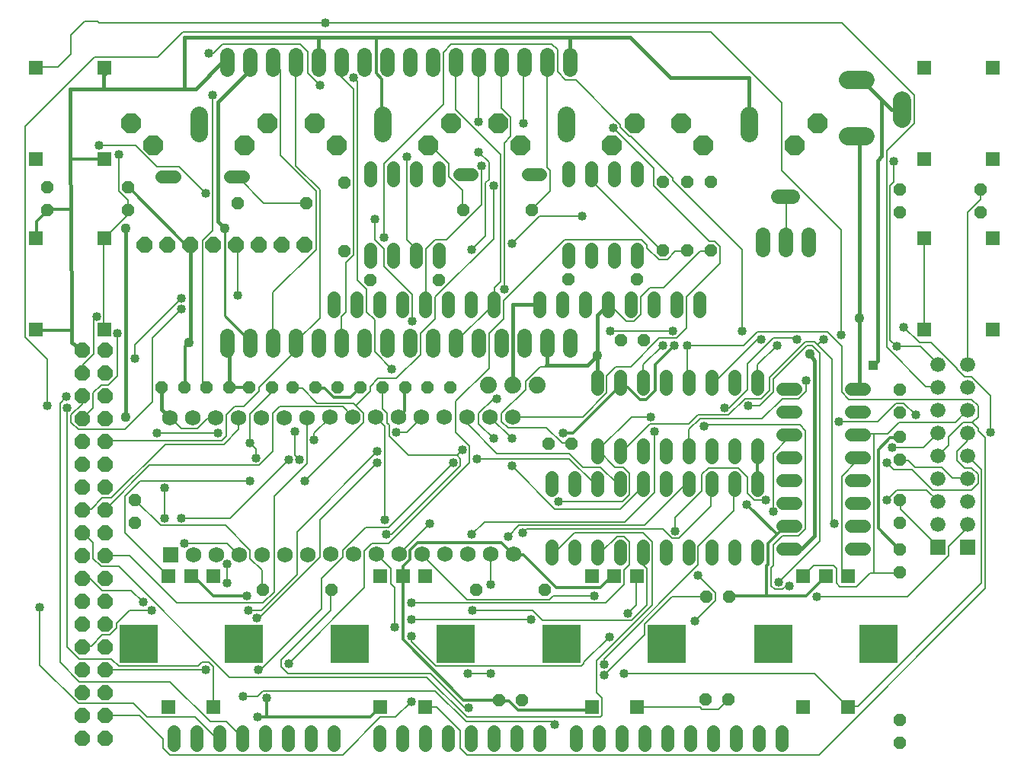
<source format=gbl>
G75*
%MOIN*%
%OFA0B0*%
%FSLAX25Y25*%
%IPPOS*%
%LPD*%
%AMOC8*
5,1,8,0,0,1.08239X$1,22.5*
%
%ADD10C,0.05746*%
%ADD11OC8,0.06600*%
%ADD12R,0.06800X0.06800*%
%ADD13C,0.06800*%
%ADD14C,0.05600*%
%ADD15C,0.06400*%
%ADD16R,0.06337X0.06337*%
%ADD17R,0.16598X0.16598*%
%ADD18OC8,0.05600*%
%ADD19R,0.06600X0.06600*%
%ADD20C,0.06600*%
%ADD21R,0.05943X0.05943*%
%ADD22C,0.07874*%
%ADD23OC8,0.07000*%
%ADD24OC8,0.08600*%
%ADD25C,0.07800*%
%ADD26C,0.07400*%
%ADD27C,0.04362*%
%ADD28C,0.01600*%
%ADD29C,0.01000*%
%ADD30C,0.00800*%
%ADD31C,0.04000*%
%ADD32C,0.01200*%
%ADD33R,0.04362X0.04362*%
D10*
X0068071Y0008938D02*
X0068071Y0014684D01*
X0078071Y0014684D02*
X0078071Y0008938D01*
X0088071Y0008938D02*
X0088071Y0014684D01*
X0098071Y0014684D02*
X0098071Y0008938D01*
X0108071Y0008938D02*
X0108071Y0014684D01*
X0118071Y0014684D02*
X0118071Y0008938D01*
X0128071Y0008938D02*
X0128071Y0014684D01*
X0138071Y0014684D02*
X0138071Y0008938D01*
X0158071Y0008938D02*
X0158071Y0014684D01*
X0168071Y0014684D02*
X0168071Y0008938D01*
X0178071Y0008938D02*
X0178071Y0014684D01*
X0188071Y0014684D02*
X0188071Y0008938D01*
X0198071Y0008938D02*
X0198071Y0014684D01*
X0208071Y0014684D02*
X0208071Y0008938D01*
X0218071Y0008938D02*
X0218071Y0014684D01*
X0228071Y0014684D02*
X0228071Y0008938D01*
X0244071Y0008938D02*
X0244071Y0014684D01*
X0254071Y0014684D02*
X0254071Y0008938D01*
X0264071Y0008938D02*
X0264071Y0014684D01*
X0274071Y0014684D02*
X0274071Y0008938D01*
X0284071Y0008938D02*
X0284071Y0014684D01*
X0294071Y0014684D02*
X0294071Y0008938D01*
X0304071Y0008938D02*
X0304071Y0014684D01*
X0314071Y0014684D02*
X0314071Y0008938D01*
X0324071Y0008938D02*
X0324071Y0014684D01*
X0334071Y0014684D02*
X0334071Y0008938D01*
X0298071Y0198938D02*
X0298071Y0204684D01*
X0288071Y0204684D02*
X0288071Y0198938D01*
X0278071Y0198938D02*
X0278071Y0204684D01*
X0268071Y0204684D02*
X0268071Y0198938D01*
X0258071Y0198938D02*
X0258071Y0204684D01*
X0248071Y0204684D02*
X0248071Y0198938D01*
X0238071Y0198938D02*
X0238071Y0204684D01*
X0228071Y0204684D02*
X0228071Y0198938D01*
X0208071Y0198938D02*
X0208071Y0204684D01*
X0198071Y0204684D02*
X0198071Y0198938D01*
X0188071Y0198938D02*
X0188071Y0204684D01*
X0178071Y0204684D02*
X0178071Y0198938D01*
X0168071Y0198938D02*
X0168071Y0204684D01*
X0158071Y0204684D02*
X0158071Y0198938D01*
X0148071Y0198938D02*
X0148071Y0204684D01*
X0138071Y0204684D02*
X0138071Y0198938D01*
D11*
X0038071Y0181811D03*
X0038071Y0171811D03*
X0028071Y0171811D03*
X0028071Y0181811D03*
X0028071Y0161811D03*
X0038071Y0161811D03*
X0038071Y0151811D03*
X0038071Y0141811D03*
X0038071Y0131811D03*
X0038071Y0121811D03*
X0028071Y0121811D03*
X0028071Y0131811D03*
X0028071Y0141811D03*
X0028071Y0151811D03*
X0028071Y0111811D03*
X0038071Y0111811D03*
X0038071Y0101811D03*
X0038071Y0091811D03*
X0038071Y0081811D03*
X0038071Y0071811D03*
X0028071Y0071811D03*
X0028071Y0081811D03*
X0028071Y0091811D03*
X0028071Y0101811D03*
X0028071Y0061811D03*
X0038071Y0061811D03*
X0038071Y0051811D03*
X0038071Y0041811D03*
X0038071Y0031811D03*
X0028071Y0031811D03*
X0028071Y0041811D03*
X0028071Y0051811D03*
X0028071Y0021811D03*
X0038071Y0021811D03*
X0038071Y0011811D03*
X0028071Y0011811D03*
D12*
G36*
X0070134Y0095447D02*
X0070157Y0088648D01*
X0063358Y0088625D01*
X0063335Y0095424D01*
X0070134Y0095447D01*
G37*
D13*
X0076746Y0092071D03*
X0086746Y0092106D03*
X0096746Y0092141D03*
X0106746Y0092175D03*
X0116745Y0092210D03*
X0126745Y0092245D03*
X0136745Y0092280D03*
X0146745Y0092315D03*
X0156745Y0092350D03*
X0166745Y0092385D03*
X0176745Y0092420D03*
X0186745Y0092455D03*
X0196745Y0092490D03*
X0206745Y0092525D03*
X0216745Y0092559D03*
X0216535Y0152559D03*
X0206535Y0152524D03*
X0196536Y0152489D03*
X0186536Y0152454D03*
X0176536Y0152419D03*
X0166536Y0152385D03*
X0156536Y0152350D03*
X0146536Y0152315D03*
X0136536Y0152280D03*
X0126536Y0152245D03*
X0116536Y0152210D03*
X0106536Y0152175D03*
X0096536Y0152140D03*
X0086536Y0152105D03*
X0076536Y0152070D03*
X0066536Y0152035D03*
D14*
X0068509Y0257874D02*
X0062909Y0257874D01*
X0092909Y0257874D02*
X0098509Y0257874D01*
X0154291Y0256142D02*
X0154291Y0261742D01*
X0164291Y0261742D02*
X0164291Y0256142D01*
X0174291Y0256142D02*
X0174291Y0261742D01*
X0184291Y0261742D02*
X0184291Y0256142D01*
X0193004Y0258847D02*
X0198604Y0258847D01*
X0223004Y0258847D02*
X0228604Y0258847D01*
X0240906Y0256142D02*
X0240906Y0261742D01*
X0250906Y0261742D02*
X0250906Y0256142D01*
X0260906Y0256142D02*
X0260906Y0261742D01*
X0270906Y0261742D02*
X0270906Y0256142D01*
X0270906Y0226142D02*
X0270906Y0220542D01*
X0260906Y0220542D02*
X0260906Y0226142D01*
X0250906Y0226142D02*
X0250906Y0220542D01*
X0240906Y0220542D02*
X0240906Y0226142D01*
X0253386Y0170359D02*
X0253386Y0164759D01*
X0263386Y0164759D02*
X0263386Y0170359D01*
X0273386Y0170359D02*
X0273386Y0164759D01*
X0283386Y0164759D02*
X0283386Y0170359D01*
X0293386Y0170359D02*
X0293386Y0164759D01*
X0303386Y0164759D02*
X0303386Y0170359D01*
X0313386Y0170359D02*
X0313386Y0164759D01*
X0323386Y0164759D02*
X0323386Y0170359D01*
X0334562Y0164921D02*
X0340162Y0164921D01*
X0340162Y0154921D02*
X0334562Y0154921D01*
X0334562Y0144921D02*
X0340162Y0144921D01*
X0340162Y0134921D02*
X0334562Y0134921D01*
X0334562Y0124921D02*
X0340162Y0124921D01*
X0340162Y0114921D02*
X0334562Y0114921D01*
X0334562Y0104921D02*
X0340162Y0104921D01*
X0340162Y0094921D02*
X0334562Y0094921D01*
X0323543Y0096068D02*
X0323543Y0090468D01*
X0313543Y0090468D02*
X0313543Y0096068D01*
X0303543Y0096068D02*
X0303543Y0090468D01*
X0293543Y0090468D02*
X0293543Y0096068D01*
X0283543Y0096068D02*
X0283543Y0090468D01*
X0273543Y0090468D02*
X0273543Y0096068D01*
X0263543Y0096068D02*
X0263543Y0090468D01*
X0253543Y0090468D02*
X0253543Y0096068D01*
X0243543Y0096068D02*
X0243543Y0090468D01*
X0233543Y0090468D02*
X0233543Y0096068D01*
X0233543Y0120468D02*
X0233543Y0126068D01*
X0243543Y0126068D02*
X0243543Y0120468D01*
X0253543Y0120468D02*
X0253543Y0126068D01*
X0253386Y0134759D02*
X0253386Y0140359D01*
X0263386Y0140359D02*
X0263386Y0134759D01*
X0263543Y0126068D02*
X0263543Y0120468D01*
X0273543Y0120468D02*
X0273543Y0126068D01*
X0273386Y0134759D02*
X0273386Y0140359D01*
X0283386Y0140359D02*
X0283386Y0134759D01*
X0283543Y0126068D02*
X0283543Y0120468D01*
X0293543Y0120468D02*
X0293543Y0126068D01*
X0293386Y0134759D02*
X0293386Y0140359D01*
X0303386Y0140359D02*
X0303386Y0134759D01*
X0303543Y0126068D02*
X0303543Y0120468D01*
X0313543Y0120468D02*
X0313543Y0126068D01*
X0313386Y0134759D02*
X0313386Y0140359D01*
X0323386Y0140359D02*
X0323386Y0134759D01*
X0323543Y0126068D02*
X0323543Y0120468D01*
X0364562Y0124921D02*
X0370162Y0124921D01*
X0370162Y0114921D02*
X0364562Y0114921D01*
X0364562Y0104921D02*
X0370162Y0104921D01*
X0370162Y0094921D02*
X0364562Y0094921D01*
X0364562Y0134921D02*
X0370162Y0134921D01*
X0370162Y0144921D02*
X0364562Y0144921D01*
X0364562Y0154921D02*
X0370162Y0154921D01*
X0370162Y0164921D02*
X0364562Y0164921D01*
X0184291Y0220542D02*
X0184291Y0226142D01*
X0174291Y0226142D02*
X0174291Y0220542D01*
X0164291Y0220542D02*
X0164291Y0226142D01*
X0154291Y0226142D02*
X0154291Y0220542D01*
D15*
X0151535Y0188239D02*
X0151535Y0181839D01*
X0141535Y0181839D02*
X0141535Y0188239D01*
X0131535Y0188239D02*
X0131535Y0181839D01*
X0121535Y0181839D02*
X0121535Y0188239D01*
X0111535Y0188239D02*
X0111535Y0181839D01*
X0101535Y0181839D02*
X0101535Y0188239D01*
X0091535Y0188239D02*
X0091535Y0181839D01*
X0161535Y0181839D02*
X0161535Y0188239D01*
X0171535Y0188239D02*
X0171535Y0181839D01*
X0181535Y0181839D02*
X0181535Y0188239D01*
X0191535Y0188239D02*
X0191535Y0181839D01*
X0201535Y0181839D02*
X0201535Y0188239D01*
X0211535Y0188239D02*
X0211535Y0181839D01*
X0221535Y0181839D02*
X0221535Y0188239D01*
X0231535Y0188239D02*
X0231535Y0181839D01*
X0241535Y0181839D02*
X0241535Y0188239D01*
X0325677Y0225907D02*
X0325677Y0232307D01*
X0335677Y0232307D02*
X0335677Y0225907D01*
X0345677Y0225907D02*
X0345677Y0232307D01*
X0338877Y0249107D02*
X0332477Y0249107D01*
X0241535Y0304871D02*
X0241535Y0311271D01*
X0231535Y0311271D02*
X0231535Y0304871D01*
X0221535Y0304871D02*
X0221535Y0311271D01*
X0211535Y0311271D02*
X0211535Y0304871D01*
X0201535Y0304871D02*
X0201535Y0311271D01*
X0191535Y0311271D02*
X0191535Y0304871D01*
X0181535Y0304871D02*
X0181535Y0311271D01*
X0171535Y0311271D02*
X0171535Y0304871D01*
X0161535Y0304871D02*
X0161535Y0311271D01*
X0151535Y0311271D02*
X0151535Y0304871D01*
X0141535Y0304871D02*
X0141535Y0311271D01*
X0131535Y0311271D02*
X0131535Y0304871D01*
X0121535Y0304871D02*
X0121535Y0311271D01*
X0111535Y0311271D02*
X0111535Y0304871D01*
X0101535Y0304871D02*
X0101535Y0311271D01*
X0091535Y0311271D02*
X0091535Y0304871D01*
D16*
X0085630Y0082677D03*
X0075787Y0082677D03*
X0065945Y0082677D03*
X0065945Y0025591D03*
X0085630Y0025591D03*
X0158465Y0025591D03*
X0178150Y0025591D03*
X0178150Y0082677D03*
X0168307Y0082677D03*
X0158465Y0082677D03*
X0250984Y0082677D03*
X0260827Y0082677D03*
X0270669Y0082677D03*
X0270669Y0025591D03*
X0250984Y0025591D03*
X0343504Y0025591D03*
X0363189Y0025591D03*
X0363189Y0082677D03*
X0353346Y0082677D03*
X0343504Y0082677D03*
D17*
X0330315Y0053150D03*
X0283858Y0053150D03*
X0237795Y0053150D03*
X0191339Y0053150D03*
X0145276Y0053150D03*
X0098819Y0053150D03*
X0052756Y0053150D03*
X0376378Y0053150D03*
D18*
X0385827Y0084567D03*
X0385827Y0094567D03*
X0385827Y0106220D03*
X0385827Y0116220D03*
X0385827Y0133780D03*
X0385827Y0143780D03*
X0385827Y0154449D03*
X0385827Y0164449D03*
X0385827Y0242047D03*
X0385827Y0252047D03*
X0421260Y0252047D03*
X0421260Y0242047D03*
X0303159Y0255368D03*
X0292963Y0255368D03*
X0282081Y0255457D03*
X0282081Y0225457D03*
X0270709Y0212795D03*
X0292963Y0225368D03*
X0303159Y0225368D03*
X0273701Y0186024D03*
X0263701Y0186024D03*
X0240709Y0212795D03*
X0224646Y0243110D03*
X0194646Y0243110D03*
X0184291Y0212598D03*
X0154291Y0212598D03*
X0142717Y0225157D03*
X0126220Y0246063D03*
X0142717Y0255157D03*
X0096220Y0246063D03*
X0048228Y0243031D03*
X0048228Y0253031D03*
X0012795Y0253031D03*
X0012795Y0243031D03*
X0062913Y0165354D03*
X0072913Y0165354D03*
X0082598Y0165354D03*
X0092598Y0165354D03*
X0101299Y0165354D03*
X0111299Y0165354D03*
X0120000Y0165354D03*
X0130000Y0165354D03*
X0139685Y0165354D03*
X0149685Y0165354D03*
X0159370Y0165354D03*
X0169370Y0165354D03*
X0179055Y0165354D03*
X0189055Y0165354D03*
X0232205Y0140748D03*
X0242205Y0140748D03*
X0230551Y0076772D03*
X0200551Y0076772D03*
X0210551Y0028543D03*
X0220551Y0028543D03*
X0300790Y0028813D03*
X0310790Y0028813D03*
X0311102Y0073819D03*
X0301102Y0073819D03*
X0385827Y0019764D03*
X0385827Y0009764D03*
X0137047Y0076772D03*
X0107047Y0076772D03*
X0051181Y0106220D03*
X0051181Y0116220D03*
D19*
X0402559Y0095472D03*
X0415354Y0095472D03*
D20*
X0415354Y0105472D03*
X0415354Y0115472D03*
X0415354Y0125472D03*
X0415354Y0135472D03*
X0415354Y0145472D03*
X0415354Y0155472D03*
X0415354Y0165472D03*
X0415354Y0175472D03*
X0402559Y0175472D03*
X0402559Y0165472D03*
X0402559Y0155472D03*
X0402559Y0145472D03*
X0402559Y0135472D03*
X0402559Y0125472D03*
X0402559Y0115472D03*
X0402559Y0105472D03*
D21*
X0396417Y0190630D03*
X0426417Y0190630D03*
X0426417Y0230630D03*
X0426417Y0265433D03*
X0396417Y0265433D03*
X0396417Y0230630D03*
X0396417Y0305433D03*
X0426417Y0305433D03*
X0037638Y0305433D03*
X0007638Y0305433D03*
X0007638Y0265433D03*
X0007638Y0230630D03*
X0037638Y0230630D03*
X0037638Y0265433D03*
X0037638Y0190630D03*
X0007638Y0190630D03*
D22*
X0363012Y0275394D02*
X0370886Y0275394D01*
X0386634Y0283268D02*
X0386634Y0291142D01*
X0370886Y0300197D02*
X0363012Y0300197D01*
D23*
X0125500Y0227795D03*
X0115500Y0227795D03*
X0105500Y0227795D03*
X0095500Y0227795D03*
X0085500Y0227795D03*
X0075500Y0227795D03*
X0065500Y0227795D03*
X0055500Y0227795D03*
D24*
X0059232Y0271575D03*
X0049626Y0281181D03*
X0099232Y0271575D03*
X0109232Y0281181D03*
X0129843Y0281181D03*
X0139449Y0271575D03*
X0179449Y0271575D03*
X0189449Y0281181D03*
X0210059Y0281181D03*
X0219665Y0271575D03*
X0259665Y0271575D03*
X0269665Y0281181D03*
X0290276Y0281181D03*
X0299882Y0271575D03*
X0339882Y0271575D03*
X0349882Y0281181D03*
D25*
X0319882Y0284687D02*
X0319882Y0276887D01*
X0239665Y0276887D02*
X0239665Y0284687D01*
X0159449Y0284687D02*
X0159449Y0276887D01*
X0079232Y0276887D02*
X0079232Y0284687D01*
D26*
X0205835Y0166339D03*
X0216535Y0166339D03*
X0227235Y0166339D03*
D27*
X0253386Y0179407D03*
X0346457Y0180118D03*
X0368110Y0195866D03*
X0090551Y0235236D03*
X0074803Y0185039D03*
X0047244Y0152559D03*
X0047244Y0235236D03*
D28*
X0047244Y0152559D01*
X0062913Y0155658D02*
X0062913Y0165354D01*
X0062913Y0155658D02*
X0066536Y0152035D01*
X0092598Y0165354D02*
X0092598Y0183976D01*
X0091535Y0185039D01*
X0075500Y0185736D02*
X0075500Y0227795D01*
X0075787Y0227508D01*
X0075787Y0227362D01*
X0087598Y0238189D02*
X0087598Y0290354D01*
X0101535Y0304291D01*
X0101535Y0308071D01*
X0091535Y0308071D02*
X0089567Y0308071D01*
X0077756Y0296260D01*
X0072835Y0296260D01*
X0072835Y0318898D01*
X0131890Y0318898D01*
X0156800Y0318898D01*
X0242126Y0318898D01*
X0267717Y0318898D01*
X0285433Y0301181D01*
X0319882Y0301181D01*
X0319882Y0280787D01*
X0366949Y0275394D02*
X0368110Y0274232D01*
X0368110Y0195866D01*
X0368110Y0165669D01*
X0367362Y0164921D01*
X0374016Y0175197D02*
X0375984Y0177165D01*
X0375984Y0264764D01*
X0377953Y0266732D01*
X0377953Y0291339D01*
X0382087Y0287205D01*
X0386634Y0287205D01*
X0377953Y0291339D02*
X0369094Y0300197D01*
X0366949Y0300197D01*
X0346457Y0180118D02*
X0348425Y0177165D01*
X0348425Y0100394D01*
X0342953Y0094921D01*
X0337362Y0094921D01*
X0253386Y0167559D02*
X0253386Y0179407D01*
X0249176Y0175197D01*
X0231299Y0175197D01*
X0231535Y0175433D01*
X0231535Y0185039D01*
X0228071Y0201811D02*
X0216535Y0201811D01*
X0216535Y0166339D01*
X0253386Y0179407D02*
X0253386Y0197126D01*
X0258071Y0201811D01*
X0241535Y0308071D02*
X0241535Y0318307D01*
X0242126Y0318898D01*
X0131890Y0318898D02*
X0131535Y0318543D01*
X0131535Y0308071D01*
X0087598Y0238189D02*
X0090551Y0235236D01*
X0075500Y0185736D02*
X0074803Y0185039D01*
X0028071Y0181811D02*
X0023622Y0185276D01*
X0023575Y0190592D01*
X0023107Y0243391D01*
X0022912Y0265378D01*
X0022638Y0296260D01*
X0037402Y0296260D01*
X0037402Y0302165D01*
X0038386Y0303150D01*
X0038386Y0304685D01*
X0037638Y0305433D01*
X0037402Y0296260D02*
X0072835Y0296260D01*
D29*
X0090551Y0235236D02*
X0090551Y0196850D01*
X0101535Y0185866D01*
X0101535Y0185039D01*
D30*
X0009600Y0043784D02*
X0026400Y0026984D01*
X0050400Y0026984D01*
X0056400Y0020984D01*
X0077600Y0020984D01*
X0086400Y0012184D01*
X0088000Y0012184D01*
X0088071Y0011811D01*
X0091200Y0018984D02*
X0084000Y0018984D01*
X0066400Y0036584D01*
X0026800Y0036584D01*
X0018400Y0044984D01*
X0018400Y0158584D01*
X0021200Y0161384D01*
X0021600Y0156584D02*
X0021600Y0051784D01*
X0026800Y0046584D01*
X0040800Y0046584D01*
X0044000Y0043384D01*
X0078800Y0043384D01*
X0080400Y0044984D01*
X0083600Y0044984D01*
X0085600Y0042984D01*
X0085600Y0025784D01*
X0085630Y0025591D01*
X0091200Y0018984D02*
X0098000Y0012184D01*
X0098071Y0011811D01*
X0098400Y0030184D02*
X0104800Y0030184D01*
X0107200Y0032584D01*
X0182400Y0032584D01*
X0196000Y0018984D01*
X0233600Y0018984D01*
X0234800Y0017784D01*
X0254800Y0020984D02*
X0196400Y0020984D01*
X0178800Y0038584D01*
X0092400Y0038584D01*
X0044000Y0086984D01*
X0036400Y0086984D01*
X0032800Y0090584D01*
X0032800Y0097384D01*
X0028400Y0101784D01*
X0028071Y0101811D01*
X0028071Y0111811D02*
X0028400Y0112184D01*
X0032000Y0112184D01*
X0036800Y0116984D01*
X0040800Y0116984D01*
X0064400Y0140584D01*
X0090000Y0140584D01*
X0096400Y0146984D01*
X0096400Y0151784D01*
X0096536Y0152140D01*
X0094800Y0156984D02*
X0091200Y0153384D01*
X0091200Y0144184D01*
X0089200Y0142184D01*
X0038400Y0142184D01*
X0038071Y0141811D01*
X0028071Y0151811D02*
X0028400Y0152184D01*
X0032800Y0156584D01*
X0032800Y0162984D01*
X0036400Y0166584D01*
X0039600Y0166584D01*
X0043600Y0170584D01*
X0043600Y0188984D01*
X0037638Y0190630D02*
X0037600Y0190984D01*
X0037600Y0230584D01*
X0037638Y0230630D01*
X0038000Y0230984D01*
X0048000Y0240984D01*
X0048000Y0242984D01*
X0048228Y0243031D01*
X0048000Y0243384D01*
X0048000Y0247384D01*
X0044000Y0251384D01*
X0044000Y0267384D01*
X0051600Y0271384D02*
X0035600Y0271384D01*
X0051600Y0271384D02*
X0060800Y0262184D01*
X0070400Y0262184D01*
X0082000Y0250584D01*
X0085200Y0234184D02*
X0080800Y0229784D01*
X0080800Y0166984D01*
X0082400Y0165384D01*
X0082598Y0165354D01*
X0082800Y0151784D02*
X0078400Y0147384D01*
X0071600Y0147384D01*
X0067200Y0151784D01*
X0066536Y0152035D01*
X0060800Y0145384D02*
X0087600Y0145384D01*
X0086400Y0151784D02*
X0086536Y0152105D01*
X0086400Y0151784D02*
X0082800Y0151784D01*
X0094800Y0156984D02*
X0098800Y0156984D01*
X0105600Y0163784D01*
X0105600Y0165384D01*
X0121200Y0180984D01*
X0121200Y0184984D01*
X0121535Y0185039D01*
X0121600Y0185384D01*
X0132000Y0195784D01*
X0132000Y0252184D01*
X0121600Y0262584D01*
X0121600Y0307784D01*
X0121535Y0308071D01*
X0126800Y0312584D02*
X0123600Y0315784D01*
X0089600Y0315784D01*
X0085600Y0311784D01*
X0083600Y0311784D01*
X0072000Y0320984D02*
X0303200Y0320984D01*
X0334000Y0290184D01*
X0334000Y0260584D01*
X0360000Y0234584D01*
X0360000Y0188584D01*
X0360400Y0183384D02*
X0360400Y0163384D01*
X0363600Y0160184D01*
X0417200Y0160184D01*
X0420000Y0157384D01*
X0420000Y0152584D01*
X0417400Y0149984D01*
X0420000Y0147384D01*
X0420000Y0146584D01*
X0423200Y0143384D01*
X0423200Y0077384D01*
X0350400Y0004584D01*
X0196400Y0004584D01*
X0193600Y0007384D01*
X0193600Y0014984D01*
X0183200Y0025384D01*
X0178400Y0025384D01*
X0178150Y0025591D01*
X0172000Y0027784D02*
X0165200Y0020984D01*
X0158400Y0020984D01*
X0142000Y0004584D01*
X0066400Y0004584D01*
X0063600Y0007384D01*
X0063600Y0011384D01*
X0053200Y0021784D01*
X0038400Y0021784D01*
X0038071Y0021811D01*
X0038400Y0041784D02*
X0038071Y0041811D01*
X0038400Y0041784D02*
X0082000Y0041784D01*
X0069600Y0070984D02*
X0107200Y0070984D01*
X0112000Y0075784D01*
X0112000Y0117784D01*
X0126400Y0132184D01*
X0126400Y0152184D01*
X0126536Y0152245D01*
X0129600Y0145384D02*
X0136400Y0152184D01*
X0136536Y0152280D01*
X0142000Y0156984D02*
X0146400Y0152584D01*
X0146536Y0152315D01*
X0151200Y0154184D02*
X0147800Y0157584D01*
X0154000Y0163784D01*
X0154000Y0165784D01*
X0157600Y0169384D01*
X0165600Y0169384D01*
X0176000Y0179784D01*
X0176000Y0188984D01*
X0182400Y0195384D01*
X0182400Y0204984D01*
X0208000Y0230584D01*
X0208000Y0253784D01*
X0206000Y0256584D02*
X0204400Y0254984D01*
X0204400Y0231784D01*
X0198400Y0225784D01*
X0187600Y0230184D02*
X0182400Y0230184D01*
X0178400Y0226184D01*
X0178400Y0202184D01*
X0178071Y0201811D01*
X0172400Y0206184D02*
X0172400Y0194584D01*
X0172400Y0206184D02*
X0160000Y0218584D01*
X0160000Y0226184D01*
X0156000Y0230184D01*
X0156000Y0238984D01*
X0160000Y0230984D02*
X0160000Y0263384D01*
X0186000Y0289384D01*
X0186000Y0312184D01*
X0189600Y0315784D01*
X0233600Y0315784D01*
X0236000Y0313384D01*
X0236000Y0303784D01*
X0239600Y0300184D01*
X0244000Y0300184D01*
X0263600Y0280584D01*
X0263600Y0279384D01*
X0267600Y0275384D01*
X0268000Y0275384D01*
X0286400Y0256984D01*
X0286400Y0256184D01*
X0316800Y0225784D01*
X0316800Y0190184D01*
X0317600Y0183784D02*
X0323600Y0189784D01*
X0354000Y0189784D01*
X0360400Y0183384D01*
X0356000Y0177784D02*
X0356000Y0106984D01*
X0357200Y0105784D01*
X0350800Y0098184D02*
X0332800Y0080184D01*
X0329600Y0078584D02*
X0331200Y0076984D01*
X0334400Y0076984D01*
X0336000Y0078584D01*
X0337600Y0078584D01*
X0343504Y0082677D02*
X0343600Y0082984D01*
X0348000Y0087384D01*
X0356800Y0087384D01*
X0358000Y0086184D01*
X0358000Y0079784D01*
X0359600Y0078184D01*
X0366800Y0078184D01*
X0372800Y0084184D01*
X0374400Y0084184D01*
X0374400Y0144984D01*
X0367600Y0144984D01*
X0367362Y0144921D01*
X0359200Y0150584D02*
X0376000Y0150584D01*
X0384000Y0158584D01*
X0387600Y0158584D01*
X0392800Y0153384D01*
X0402400Y0145384D02*
X0396000Y0138984D01*
X0382400Y0138984D01*
X0385827Y0133780D02*
X0386000Y0133384D01*
X0389600Y0133384D01*
X0392400Y0130584D01*
X0404000Y0130584D01*
X0408800Y0125784D01*
X0415200Y0125784D01*
X0415354Y0125472D01*
X0414000Y0130184D02*
X0417200Y0130184D01*
X0420000Y0127384D01*
X0420000Y0123384D01*
X0417200Y0120584D01*
X0400000Y0120584D01*
X0391200Y0129384D01*
X0383200Y0129384D01*
X0380000Y0132584D01*
X0380400Y0144984D02*
X0374400Y0144984D01*
X0380400Y0144984D02*
X0385600Y0150184D01*
X0410000Y0150184D01*
X0415200Y0155384D01*
X0415354Y0155472D01*
X0413600Y0150184D02*
X0407200Y0143784D01*
X0407200Y0140184D01*
X0402800Y0135784D01*
X0402559Y0135472D01*
X0402400Y0145384D02*
X0402559Y0145472D01*
X0410800Y0137384D02*
X0410800Y0133384D01*
X0414000Y0130184D01*
X0415600Y0135384D02*
X0415354Y0135472D01*
X0415600Y0135384D02*
X0421600Y0129384D01*
X0421600Y0079784D01*
X0367600Y0025784D01*
X0363200Y0025784D01*
X0363189Y0025591D01*
X0362800Y0025784D01*
X0348400Y0040184D01*
X0265200Y0040184D01*
X0256400Y0039384D02*
X0274000Y0056984D01*
X0274000Y0061784D01*
X0286000Y0073784D01*
X0300800Y0073784D01*
X0301102Y0073819D01*
X0305200Y0075384D02*
X0305200Y0072184D01*
X0296000Y0062984D01*
X0305200Y0075384D02*
X0297600Y0082984D01*
X0297600Y0087784D02*
X0256400Y0046584D01*
X0256400Y0044184D01*
X0253200Y0045784D02*
X0253200Y0031784D01*
X0255600Y0029384D01*
X0255600Y0021784D01*
X0254800Y0020984D01*
X0270669Y0025591D02*
X0270800Y0025384D01*
X0298400Y0025384D01*
X0299200Y0024584D01*
X0306400Y0024584D01*
X0310400Y0028584D01*
X0310790Y0028813D01*
X0277600Y0070184D02*
X0253200Y0045784D01*
X0247600Y0044984D02*
X0247600Y0044584D01*
X0246400Y0043384D01*
X0182800Y0043384D01*
X0172000Y0054184D01*
X0172000Y0056584D01*
X0172000Y0063784D02*
X0224400Y0063784D01*
X0225200Y0067784D02*
X0198800Y0067784D01*
X0196400Y0072584D02*
X0176800Y0092184D01*
X0176745Y0092420D01*
X0166800Y0092584D02*
X0180000Y0105784D01*
X0163600Y0100984D02*
X0193600Y0130984D01*
X0193600Y0134184D01*
X0192000Y0135784D01*
X0194400Y0138184D01*
X0192000Y0135784D02*
X0170800Y0135784D01*
X0162400Y0144184D01*
X0162400Y0148984D01*
X0161600Y0149784D01*
X0161600Y0154184D01*
X0159600Y0156184D01*
X0159600Y0164984D01*
X0159370Y0165354D01*
X0163600Y0173384D02*
X0156000Y0180984D01*
X0156000Y0194984D01*
X0152400Y0198584D01*
X0152400Y0208584D01*
X0148400Y0212584D01*
X0148400Y0299384D01*
X0146800Y0300984D01*
X0146800Y0296184D02*
X0141600Y0301384D01*
X0141600Y0307784D01*
X0141535Y0308071D01*
X0146800Y0296184D02*
X0146800Y0223384D01*
X0143600Y0220184D01*
X0143600Y0198584D01*
X0141600Y0196584D01*
X0141600Y0185384D01*
X0141535Y0185039D01*
X0124400Y0164984D02*
X0130800Y0158584D01*
X0146800Y0158584D01*
X0147800Y0157584D01*
X0151200Y0154184D02*
X0151200Y0150184D01*
X0125600Y0124584D01*
X0123200Y0133784D02*
X0121200Y0135784D01*
X0121200Y0146184D01*
X0129600Y0145384D02*
X0129600Y0142584D01*
X0118400Y0133784D02*
X0092800Y0108184D01*
X0071600Y0108184D01*
X0064000Y0108184D02*
X0064000Y0121384D01*
X0053600Y0124584D02*
X0046800Y0117784D01*
X0046800Y0101784D01*
X0065600Y0082984D01*
X0065945Y0082677D01*
X0069600Y0070984D02*
X0048800Y0091784D01*
X0038400Y0091784D01*
X0038071Y0091811D01*
X0031600Y0081784D02*
X0036800Y0076584D01*
X0049600Y0076584D01*
X0054800Y0071384D01*
X0058400Y0067784D02*
X0048800Y0067784D01*
X0043200Y0062184D01*
X0043200Y0060184D01*
X0040000Y0056984D01*
X0036800Y0056984D01*
X0032000Y0052184D01*
X0028400Y0052184D01*
X0028071Y0051811D01*
X0009600Y0043784D02*
X0009600Y0068984D01*
X0028071Y0081811D02*
X0028400Y0081784D01*
X0031600Y0081784D01*
X0038071Y0111811D02*
X0038400Y0112184D01*
X0057600Y0131384D01*
X0105600Y0131384D01*
X0111600Y0137384D01*
X0111600Y0154184D01*
X0114400Y0156984D01*
X0142000Y0156984D01*
X0156536Y0152350D02*
X0156800Y0152184D01*
X0160400Y0148584D01*
X0160400Y0107384D01*
X0162000Y0104184D02*
X0152000Y0104184D01*
X0142000Y0094184D01*
X0142000Y0090984D01*
X0132800Y0081784D01*
X0132800Y0068584D01*
X0106000Y0041784D01*
X0105200Y0041784D01*
X0115200Y0042984D02*
X0118000Y0040184D01*
X0180400Y0040184D01*
X0195600Y0024984D01*
X0197200Y0024984D01*
X0196800Y0040184D02*
X0206800Y0040184D01*
X0229600Y0063384D02*
X0225200Y0067784D01*
X0229600Y0063384D02*
X0268400Y0063384D01*
X0275200Y0070184D01*
X0275200Y0086184D01*
X0273600Y0087784D01*
X0273600Y0092984D01*
X0273543Y0093268D01*
X0277600Y0097784D02*
X0273600Y0101784D01*
X0243600Y0101784D01*
X0235200Y0093384D01*
X0233600Y0093384D01*
X0233543Y0093268D01*
X0222400Y0103384D02*
X0220800Y0101784D01*
X0222400Y0103384D02*
X0282000Y0103384D01*
X0286000Y0099384D01*
X0289200Y0099384D01*
X0303200Y0113384D01*
X0303200Y0122984D01*
X0303543Y0123268D01*
X0299200Y0120184D02*
X0299200Y0127384D01*
X0302000Y0130184D01*
X0315200Y0130184D01*
X0319200Y0126184D01*
X0319200Y0118984D01*
X0322000Y0116184D01*
X0327200Y0116184D01*
X0330400Y0110984D02*
X0330400Y0136584D01*
X0337200Y0143384D01*
X0337200Y0144584D01*
X0337362Y0144921D01*
X0342000Y0148984D02*
X0300400Y0148984D01*
X0300000Y0148584D01*
X0298400Y0151784D02*
X0325600Y0151784D01*
X0334400Y0160584D01*
X0341600Y0160584D01*
X0344800Y0163784D01*
X0344800Y0168584D01*
X0350800Y0180584D02*
X0347600Y0183784D01*
X0345200Y0183784D01*
X0330400Y0168984D01*
X0330400Y0163384D01*
X0324400Y0157384D01*
X0319600Y0157384D01*
X0318000Y0160584D02*
X0325200Y0160584D01*
X0328800Y0164184D01*
X0328800Y0169784D01*
X0344400Y0185384D01*
X0348400Y0185384D01*
X0349800Y0183984D01*
X0352400Y0186584D01*
X0349800Y0183984D02*
X0356000Y0177784D01*
X0350800Y0180584D02*
X0350800Y0098184D01*
X0344400Y0103384D02*
X0344400Y0146584D01*
X0342000Y0148984D01*
X0323386Y0167559D02*
X0323600Y0167784D01*
X0323600Y0175384D01*
X0332000Y0183784D01*
X0330400Y0186984D02*
X0340400Y0186984D01*
X0340800Y0186584D01*
X0330400Y0186984D02*
X0319200Y0175784D01*
X0319200Y0164584D01*
X0311200Y0156584D01*
X0309200Y0156584D01*
X0310800Y0153384D02*
X0318000Y0160584D01*
X0310800Y0153384D02*
X0297600Y0153384D01*
X0293600Y0149384D01*
X0276400Y0149384D01*
X0264800Y0137784D01*
X0263600Y0137784D01*
X0263386Y0137559D01*
X0264800Y0130584D02*
X0261200Y0130584D01*
X0254000Y0137784D01*
X0253386Y0137559D01*
X0253600Y0137784D01*
X0268400Y0152584D01*
X0276800Y0152584D01*
X0278400Y0146184D02*
X0278400Y0119384D01*
X0265600Y0106584D01*
X0204000Y0106584D01*
X0198400Y0100984D01*
X0206745Y0092525D02*
X0206800Y0092184D01*
X0206800Y0078984D01*
X0196400Y0072584D02*
X0232400Y0072584D01*
X0234000Y0074184D01*
X0252000Y0074184D01*
X0257200Y0070984D02*
X0172000Y0070984D01*
X0164800Y0077784D02*
X0164800Y0060584D01*
X0164800Y0077784D02*
X0163200Y0079384D01*
X0163200Y0086184D01*
X0156800Y0092584D01*
X0156745Y0092350D01*
X0154800Y0096984D02*
X0151600Y0093784D01*
X0151600Y0077784D01*
X0118400Y0044584D01*
X0115200Y0042984D02*
X0115200Y0046184D01*
X0136800Y0067784D01*
X0136800Y0076584D01*
X0137047Y0076772D01*
X0132000Y0090984D02*
X0132000Y0107384D01*
X0157200Y0132584D01*
X0157200Y0137384D02*
X0122000Y0102184D01*
X0122000Y0083384D01*
X0106400Y0067784D01*
X0100800Y0067784D01*
X0104400Y0064584D02*
X0105600Y0064584D01*
X0132000Y0090984D01*
X0154800Y0096984D02*
X0162000Y0096984D01*
X0197600Y0132584D01*
X0197600Y0139784D01*
X0191600Y0145784D01*
X0191600Y0159384D01*
X0206000Y0173784D01*
X0206000Y0188984D01*
X0212400Y0195384D01*
X0212400Y0203384D01*
X0239200Y0230184D01*
X0272800Y0230184D01*
X0275200Y0227784D01*
X0275200Y0226584D01*
X0280400Y0221384D01*
X0284000Y0221384D01*
X0287600Y0224984D01*
X0292800Y0224984D01*
X0292963Y0225368D01*
X0298400Y0224984D02*
X0282400Y0208984D01*
X0276400Y0208984D01*
X0272400Y0204984D01*
X0272400Y0197384D01*
X0269600Y0194584D01*
X0266000Y0194584D01*
X0258800Y0201784D01*
X0258071Y0201811D01*
X0259200Y0190184D02*
X0286400Y0190184D01*
X0288000Y0186984D02*
X0280400Y0186984D01*
X0268000Y0174584D01*
X0261600Y0174584D01*
X0257600Y0170584D01*
X0257600Y0162984D01*
X0247200Y0152584D01*
X0216800Y0152584D01*
X0216535Y0152559D01*
X0211600Y0154184D02*
X0222000Y0164584D01*
X0222000Y0168184D01*
X0228400Y0174584D01*
X0230800Y0174584D01*
X0231299Y0175197D01*
X0231200Y0147784D02*
X0214400Y0147784D01*
X0211600Y0150584D01*
X0211600Y0154184D01*
X0206800Y0152184D02*
X0206535Y0152524D01*
X0206800Y0152184D02*
X0216000Y0142984D01*
X0216000Y0130984D02*
X0234800Y0112184D01*
X0263600Y0112184D01*
X0273200Y0121784D01*
X0273200Y0122984D01*
X0273543Y0123268D01*
X0267600Y0127784D02*
X0267600Y0118584D01*
X0264400Y0115384D01*
X0236400Y0115384D01*
X0252000Y0123384D02*
X0241200Y0134184D01*
X0200800Y0134184D01*
X0209600Y0136584D02*
X0196800Y0149384D01*
X0196800Y0152184D01*
X0196536Y0152489D01*
X0201600Y0154184D02*
X0201600Y0149384D01*
X0208000Y0142984D01*
X0209600Y0136584D02*
X0241200Y0136584D01*
X0247200Y0130584D01*
X0254800Y0130584D01*
X0262000Y0123384D01*
X0263200Y0123384D01*
X0263543Y0123268D01*
X0267600Y0127784D02*
X0264800Y0130584D01*
X0253543Y0123268D02*
X0253200Y0123384D01*
X0252000Y0123384D01*
X0242205Y0140748D02*
X0242000Y0140984D01*
X0238000Y0140984D01*
X0231200Y0147784D01*
X0209600Y0160584D02*
X0208000Y0160584D01*
X0201600Y0154184D01*
X0190400Y0132584D02*
X0162000Y0104184D01*
X0161200Y0100984D02*
X0163600Y0100984D01*
X0166800Y0092584D02*
X0166745Y0092385D01*
X0165600Y0145784D02*
X0170000Y0145784D01*
X0176400Y0152184D01*
X0176536Y0152419D01*
X0191535Y0185039D02*
X0191600Y0185384D01*
X0208000Y0201784D01*
X0208071Y0201811D01*
X0208400Y0202184D01*
X0208400Y0208984D01*
X0211200Y0211784D01*
X0211200Y0267384D01*
X0191600Y0286984D01*
X0191600Y0307784D01*
X0191535Y0308071D01*
X0201535Y0308071D02*
X0201600Y0307784D01*
X0201600Y0281784D01*
X0211600Y0287784D02*
X0215600Y0283784D01*
X0215600Y0275384D01*
X0212800Y0272584D01*
X0212800Y0208584D01*
X0216000Y0228584D02*
X0228000Y0240584D01*
X0246800Y0240584D01*
X0251200Y0255784D02*
X0250906Y0256142D01*
X0251200Y0255784D02*
X0281200Y0225784D01*
X0282000Y0225784D01*
X0282081Y0225457D01*
X0292400Y0204984D02*
X0292400Y0191384D01*
X0288000Y0186984D01*
X0292800Y0183784D02*
X0317600Y0183784D01*
X0323600Y0186584D02*
X0325200Y0186584D01*
X0323600Y0186584D02*
X0304800Y0167784D01*
X0303600Y0167784D01*
X0303386Y0167559D01*
X0293386Y0167559D02*
X0293200Y0167784D01*
X0292800Y0168184D01*
X0292800Y0183784D01*
X0282000Y0183784D02*
X0273600Y0175384D01*
X0273600Y0167784D01*
X0273386Y0167559D01*
X0293600Y0146984D02*
X0293600Y0137784D01*
X0293386Y0137559D01*
X0293543Y0123268D02*
X0293200Y0122984D01*
X0292000Y0122984D01*
X0274000Y0104984D01*
X0219200Y0104984D01*
X0214400Y0100184D01*
X0253543Y0093268D02*
X0253600Y0093384D01*
X0255200Y0093384D01*
X0262000Y0100184D01*
X0265200Y0100184D01*
X0267600Y0097784D01*
X0267600Y0087784D01*
X0265200Y0085384D01*
X0265200Y0078984D01*
X0257200Y0070984D01*
X0258800Y0056184D02*
X0247600Y0044984D01*
X0266800Y0066584D02*
X0270400Y0070184D01*
X0270400Y0082584D01*
X0270669Y0082677D01*
X0277600Y0070184D02*
X0277600Y0097784D01*
X0287600Y0102584D02*
X0287600Y0108584D01*
X0299200Y0120184D01*
X0313200Y0122984D02*
X0313200Y0111384D01*
X0297600Y0095784D01*
X0297600Y0087784D01*
X0329600Y0086584D02*
X0329600Y0078584D01*
X0329600Y0086584D02*
X0330400Y0087384D01*
X0330400Y0096584D01*
X0334400Y0100584D01*
X0341600Y0100584D01*
X0344400Y0103384D01*
X0360400Y0085384D02*
X0362800Y0082984D01*
X0363189Y0082677D01*
X0360400Y0085384D02*
X0360400Y0126584D01*
X0367200Y0133384D01*
X0367200Y0134584D01*
X0367362Y0134921D01*
X0384400Y0120584D02*
X0380000Y0116184D01*
X0385827Y0116220D02*
X0386000Y0116184D01*
X0386000Y0112184D01*
X0402400Y0095784D01*
X0402559Y0095472D01*
X0407200Y0095784D02*
X0407200Y0091784D01*
X0389200Y0073784D01*
X0349600Y0073784D01*
X0374400Y0084184D02*
X0385600Y0084184D01*
X0385827Y0084567D01*
X0407200Y0095784D02*
X0415200Y0103784D01*
X0415200Y0105384D01*
X0415354Y0105472D01*
X0402559Y0115472D02*
X0402400Y0115784D01*
X0397600Y0120584D01*
X0384400Y0120584D01*
X0410800Y0137384D02*
X0415200Y0141784D01*
X0415200Y0145384D01*
X0415354Y0145472D01*
X0417400Y0149984D02*
X0417200Y0150184D01*
X0413600Y0150184D01*
X0425600Y0145784D02*
X0425600Y0161784D01*
X0417200Y0170184D01*
X0414000Y0170184D01*
X0410800Y0173384D01*
X0410800Y0173784D01*
X0399600Y0184984D01*
X0394400Y0184984D01*
X0387600Y0191784D01*
X0381600Y0186184D02*
X0384400Y0183384D01*
X0394800Y0183384D01*
X0402400Y0175784D01*
X0402559Y0175472D01*
X0402400Y0165784D02*
X0397200Y0165784D01*
X0380000Y0182984D01*
X0380000Y0268984D01*
X0392000Y0280984D01*
X0392000Y0293384D01*
X0360400Y0324984D01*
X0134400Y0324984D01*
X0035600Y0324984D01*
X0034800Y0325784D01*
X0029200Y0325784D01*
X0023200Y0319784D01*
X0023200Y0311384D01*
X0017600Y0305784D01*
X0008000Y0305784D01*
X0007638Y0305433D01*
X0003200Y0279784D02*
X0033600Y0310184D01*
X0061200Y0310184D01*
X0072000Y0320984D01*
X0085200Y0293384D02*
X0085200Y0234184D01*
X0095500Y0227795D02*
X0095600Y0227784D01*
X0096000Y0227384D01*
X0096000Y0205784D01*
X0111600Y0206984D02*
X0130400Y0225784D01*
X0130400Y0251384D01*
X0114800Y0266984D01*
X0114800Y0304584D01*
X0111600Y0307784D01*
X0111535Y0308071D01*
X0126800Y0312584D02*
X0126800Y0302984D01*
X0132000Y0297784D01*
X0170000Y0266584D02*
X0170000Y0230184D01*
X0174000Y0226184D01*
X0174291Y0226142D01*
X0187600Y0230184D02*
X0202800Y0245384D01*
X0202800Y0262584D01*
X0206000Y0264184D02*
X0201600Y0268584D01*
X0206000Y0264184D02*
X0206000Y0256584D01*
X0194400Y0251784D02*
X0194400Y0243384D01*
X0194646Y0243110D01*
X0194400Y0251784D02*
X0188400Y0257784D01*
X0188400Y0263384D01*
X0180400Y0271384D01*
X0179600Y0271384D01*
X0179449Y0271575D01*
X0211600Y0287784D02*
X0211600Y0307784D01*
X0211535Y0308071D01*
X0221200Y0307784D02*
X0221535Y0308071D01*
X0221200Y0307784D02*
X0221200Y0280984D01*
X0231600Y0261784D02*
X0232800Y0260584D01*
X0232800Y0251384D01*
X0224800Y0243384D01*
X0224646Y0243110D01*
X0231600Y0261784D02*
X0231600Y0307784D01*
X0231535Y0308071D01*
X0260400Y0278984D02*
X0278000Y0261384D01*
X0278000Y0253784D01*
X0302400Y0229384D01*
X0304800Y0229384D01*
X0307200Y0226984D01*
X0307200Y0219784D01*
X0292400Y0204984D01*
X0298400Y0224984D02*
X0302800Y0224984D01*
X0303159Y0225368D01*
X0335677Y0229107D02*
X0336000Y0229384D01*
X0336000Y0248984D01*
X0335677Y0249107D01*
X0381600Y0253784D02*
X0381600Y0186184D01*
X0396417Y0190630D02*
X0396400Y0190984D01*
X0396400Y0230584D01*
X0396417Y0230630D01*
X0415600Y0242184D02*
X0415600Y0175784D01*
X0415354Y0175472D01*
X0402400Y0165784D02*
X0402559Y0165472D01*
X0415600Y0242184D02*
X0421200Y0247784D01*
X0421200Y0251784D01*
X0421260Y0252047D01*
X0383200Y0255384D02*
X0381600Y0253784D01*
X0383200Y0255384D02*
X0383200Y0264584D01*
X0298400Y0151784D02*
X0293600Y0146984D01*
X0313200Y0122984D02*
X0313543Y0123268D01*
X0126220Y0246063D02*
X0126000Y0246184D01*
X0107600Y0246184D01*
X0096000Y0257784D01*
X0095709Y0257874D01*
X0111600Y0206984D02*
X0111600Y0185384D01*
X0111535Y0185039D01*
X0111299Y0165354D02*
X0111200Y0164984D01*
X0111200Y0163384D01*
X0101600Y0153784D01*
X0101600Y0140984D01*
X0104000Y0138584D01*
X0104000Y0134584D01*
X0101600Y0124584D02*
X0053600Y0124584D01*
X0051181Y0116220D02*
X0051200Y0116184D01*
X0062400Y0104984D01*
X0090800Y0104984D01*
X0101600Y0094184D01*
X0101600Y0090584D01*
X0106800Y0085384D01*
X0106800Y0076984D01*
X0107047Y0076772D01*
X0096746Y0092141D02*
X0096400Y0092184D01*
X0091600Y0096984D01*
X0072800Y0096984D01*
X0091600Y0088184D02*
X0091600Y0079784D01*
X0046800Y0146984D02*
X0058800Y0158984D01*
X0058800Y0186984D01*
X0071600Y0199784D01*
X0071600Y0204584D02*
X0051200Y0184184D01*
X0051200Y0178184D01*
X0033200Y0180184D02*
X0033200Y0195384D01*
X0034400Y0196584D01*
X0033200Y0180184D02*
X0028400Y0175384D01*
X0028400Y0172184D01*
X0028071Y0171811D01*
X0028071Y0161811D02*
X0028000Y0161784D01*
X0028000Y0158184D01*
X0023200Y0153384D01*
X0023200Y0150184D01*
X0026400Y0146984D01*
X0046800Y0146984D01*
X0012800Y0157384D02*
X0012800Y0177784D01*
X0003200Y0187384D01*
X0003200Y0279784D01*
X0120000Y0165354D02*
X0120000Y0164984D01*
X0124400Y0164984D01*
D31*
X0121200Y0146184D03*
X0129600Y0142584D03*
X0123200Y0133784D03*
X0118400Y0133784D03*
X0125600Y0124584D03*
X0104000Y0134584D03*
X0101600Y0140984D03*
X0101600Y0124584D03*
X0087600Y0145384D03*
X0064000Y0121384D03*
X0064000Y0108184D03*
X0071600Y0108184D03*
X0072800Y0096984D03*
X0091600Y0088184D03*
X0091600Y0079784D03*
X0100000Y0074184D03*
X0100800Y0067784D03*
X0104400Y0064584D03*
X0105200Y0041784D03*
X0108800Y0029384D03*
X0104800Y0020984D03*
X0098400Y0030184D03*
X0082000Y0041784D03*
X0058400Y0067784D03*
X0054800Y0071384D03*
X0009600Y0068984D03*
X0060800Y0145384D03*
X0051200Y0178184D03*
X0043600Y0188984D03*
X0034400Y0196584D03*
X0021200Y0161384D03*
X0021600Y0156584D03*
X0012800Y0157384D03*
X0071600Y0199784D03*
X0071600Y0204584D03*
X0096000Y0205784D03*
X0082000Y0250584D03*
X0085200Y0293384D03*
X0083600Y0311784D03*
X0044000Y0267384D03*
X0035600Y0271384D03*
X0132000Y0297784D03*
X0146800Y0300984D03*
X0134400Y0324984D03*
X0170000Y0266584D03*
X0156000Y0238984D03*
X0160000Y0230984D03*
X0172400Y0194584D03*
X0163600Y0173384D03*
X0165600Y0145784D03*
X0157200Y0137384D03*
X0157200Y0132584D03*
X0160400Y0107384D03*
X0161200Y0100984D03*
X0180000Y0105784D03*
X0198400Y0100984D03*
X0214400Y0100184D03*
X0220800Y0101784D03*
X0236400Y0115384D03*
X0216000Y0130984D03*
X0216000Y0142984D03*
X0208000Y0142984D03*
X0200800Y0134184D03*
X0194400Y0138184D03*
X0190400Y0132584D03*
X0209600Y0160584D03*
X0238400Y0145384D03*
X0259200Y0190184D03*
X0282000Y0183784D03*
X0287200Y0183784D03*
X0292800Y0183784D03*
X0286400Y0190184D03*
X0309200Y0156584D03*
X0319600Y0157384D03*
X0332000Y0183784D03*
X0340800Y0186584D03*
X0352400Y0186584D03*
X0360000Y0188584D03*
X0344800Y0168584D03*
X0359200Y0150584D03*
X0380000Y0132584D03*
X0382400Y0138984D03*
X0392800Y0153384D03*
X0384400Y0183384D03*
X0387600Y0191784D03*
X0425600Y0145784D03*
X0380000Y0116184D03*
X0357200Y0105784D03*
X0349600Y0073784D03*
X0337600Y0078584D03*
X0332800Y0080184D03*
X0330400Y0110984D03*
X0327200Y0116184D03*
X0318800Y0114184D03*
X0297600Y0082984D03*
X0287600Y0102584D03*
X0266800Y0066584D03*
X0258800Y0056184D03*
X0256400Y0044184D03*
X0256400Y0039384D03*
X0265200Y0040184D03*
X0252000Y0074184D03*
X0224400Y0063784D03*
X0206800Y0078984D03*
X0198800Y0067784D03*
X0196800Y0040184D03*
X0206800Y0040184D03*
X0197200Y0024984D03*
X0172000Y0027784D03*
X0172000Y0056584D03*
X0172000Y0063784D03*
X0172000Y0070984D03*
X0164800Y0060584D03*
X0118400Y0044584D03*
X0234800Y0017784D03*
X0296000Y0062984D03*
X0278400Y0146184D03*
X0276800Y0152584D03*
X0300000Y0148584D03*
X0325200Y0186584D03*
X0316800Y0190184D03*
X0246800Y0240584D03*
X0216000Y0228584D03*
X0198400Y0225784D03*
X0212800Y0208584D03*
X0208000Y0253784D03*
X0202800Y0262584D03*
X0201600Y0268584D03*
X0201600Y0281784D03*
X0221200Y0280984D03*
X0260400Y0278984D03*
X0383200Y0264584D03*
D32*
X0385827Y0143780D02*
X0385600Y0143384D01*
X0381600Y0143384D01*
X0376400Y0138184D01*
X0376400Y0103784D01*
X0385600Y0094584D01*
X0385827Y0094567D01*
X0353346Y0082677D02*
X0353200Y0082584D01*
X0344800Y0074184D01*
X0327600Y0074184D01*
X0327600Y0087384D01*
X0328000Y0087784D01*
X0328000Y0096984D01*
X0332000Y0100984D01*
X0318800Y0114184D01*
X0323543Y0123268D02*
X0323600Y0123384D01*
X0323600Y0137384D01*
X0323386Y0137559D01*
X0335600Y0104584D02*
X0332000Y0100984D01*
X0335600Y0104584D02*
X0337200Y0104584D01*
X0337362Y0104921D01*
X0327600Y0074184D02*
X0311200Y0074184D01*
X0311102Y0073819D01*
X0260827Y0082677D02*
X0260800Y0082584D01*
X0259600Y0082584D01*
X0254800Y0077784D01*
X0235600Y0077784D01*
X0221200Y0092184D01*
X0217200Y0092184D01*
X0216745Y0092559D01*
X0216400Y0092584D01*
X0211600Y0097384D01*
X0174800Y0097384D01*
X0171600Y0094184D01*
X0171600Y0090184D01*
X0168400Y0086984D01*
X0168400Y0082984D01*
X0168307Y0082677D01*
X0168400Y0082184D01*
X0168400Y0054984D01*
X0194800Y0028584D01*
X0210000Y0028584D01*
X0210551Y0028543D01*
X0210800Y0028184D01*
X0214800Y0028184D01*
X0218800Y0024184D01*
X0249600Y0024184D01*
X0250800Y0025384D01*
X0250984Y0025591D01*
X0242800Y0145384D02*
X0238400Y0145384D01*
X0242800Y0145384D02*
X0263200Y0165784D01*
X0263200Y0167384D01*
X0263386Y0167559D01*
X0263600Y0165384D01*
X0266800Y0165384D01*
X0272000Y0160184D01*
X0274800Y0160184D01*
X0278800Y0164184D01*
X0278800Y0175384D01*
X0287200Y0183784D01*
X0169370Y0165354D02*
X0169200Y0164984D01*
X0169200Y0154984D01*
X0166800Y0152584D01*
X0166536Y0152385D01*
X0149600Y0164984D02*
X0149685Y0165354D01*
X0149600Y0164984D02*
X0145600Y0160984D01*
X0138000Y0160984D01*
X0134000Y0164984D01*
X0130000Y0164984D01*
X0130000Y0165354D01*
X0101299Y0165354D02*
X0101200Y0165384D01*
X0093200Y0165384D01*
X0092598Y0165354D01*
X0073200Y0165384D02*
X0072913Y0165354D01*
X0073200Y0165384D02*
X0073200Y0183384D01*
X0074400Y0184584D01*
X0074803Y0185039D01*
X0075500Y0227795D02*
X0074800Y0228184D01*
X0073200Y0228184D01*
X0048400Y0252984D01*
X0048228Y0253031D01*
X0037600Y0265384D02*
X0037638Y0265433D01*
X0037600Y0265384D02*
X0023600Y0265384D01*
X0022912Y0265378D01*
X0023107Y0243391D02*
X0022400Y0243384D01*
X0012800Y0243384D01*
X0012795Y0243031D01*
X0012400Y0242584D01*
X0008000Y0238184D01*
X0008000Y0230984D01*
X0007638Y0230630D01*
X0007638Y0190630D02*
X0008000Y0190584D01*
X0022800Y0190584D01*
X0023575Y0190592D01*
X0075787Y0082677D02*
X0076000Y0082584D01*
X0077200Y0082584D01*
X0085600Y0074184D01*
X0100000Y0074184D01*
X0108800Y0029384D02*
X0108800Y0020984D01*
X0104800Y0020984D01*
X0108800Y0020984D02*
X0154000Y0020984D01*
X0158400Y0025384D01*
X0158465Y0025591D01*
X0159449Y0280787D02*
X0159200Y0280984D01*
X0159200Y0300584D01*
X0156800Y0302984D01*
X0156800Y0318898D01*
D33*
X0374016Y0175197D03*
M02*

</source>
